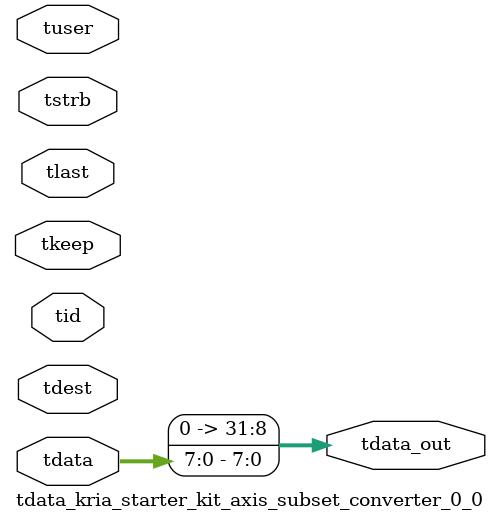
<source format=v>


`timescale 1ps/1ps

module tdata_kria_starter_kit_axis_subset_converter_0_0 #
(
parameter C_S_AXIS_TDATA_WIDTH = 32,
parameter C_S_AXIS_TUSER_WIDTH = 0,
parameter C_S_AXIS_TID_WIDTH   = 0,
parameter C_S_AXIS_TDEST_WIDTH = 0,
parameter C_M_AXIS_TDATA_WIDTH = 32
)
(
input  [(C_S_AXIS_TDATA_WIDTH == 0 ? 1 : C_S_AXIS_TDATA_WIDTH)-1:0     ] tdata,
input  [(C_S_AXIS_TUSER_WIDTH == 0 ? 1 : C_S_AXIS_TUSER_WIDTH)-1:0     ] tuser,
input  [(C_S_AXIS_TID_WIDTH   == 0 ? 1 : C_S_AXIS_TID_WIDTH)-1:0       ] tid,
input  [(C_S_AXIS_TDEST_WIDTH == 0 ? 1 : C_S_AXIS_TDEST_WIDTH)-1:0     ] tdest,
input  [(C_S_AXIS_TDATA_WIDTH/8)-1:0 ] tkeep,
input  [(C_S_AXIS_TDATA_WIDTH/8)-1:0 ] tstrb,
input                                                                    tlast,
output [C_M_AXIS_TDATA_WIDTH-1:0] tdata_out
);

assign tdata_out = {tdata[7:0]};

endmodule


</source>
